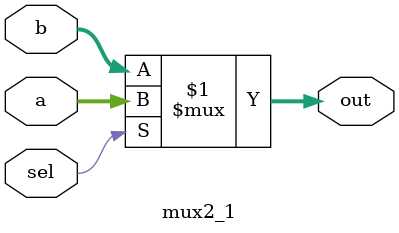
<source format=v>
`timescale 1ns / 1ps

module mux2_1 #(parameter size = 5)(
    input [size-1:0] a, b,
    input sel,
    output [size-1:0] out);
    
    assign out = sel ? a : b;
endmodule

</source>
